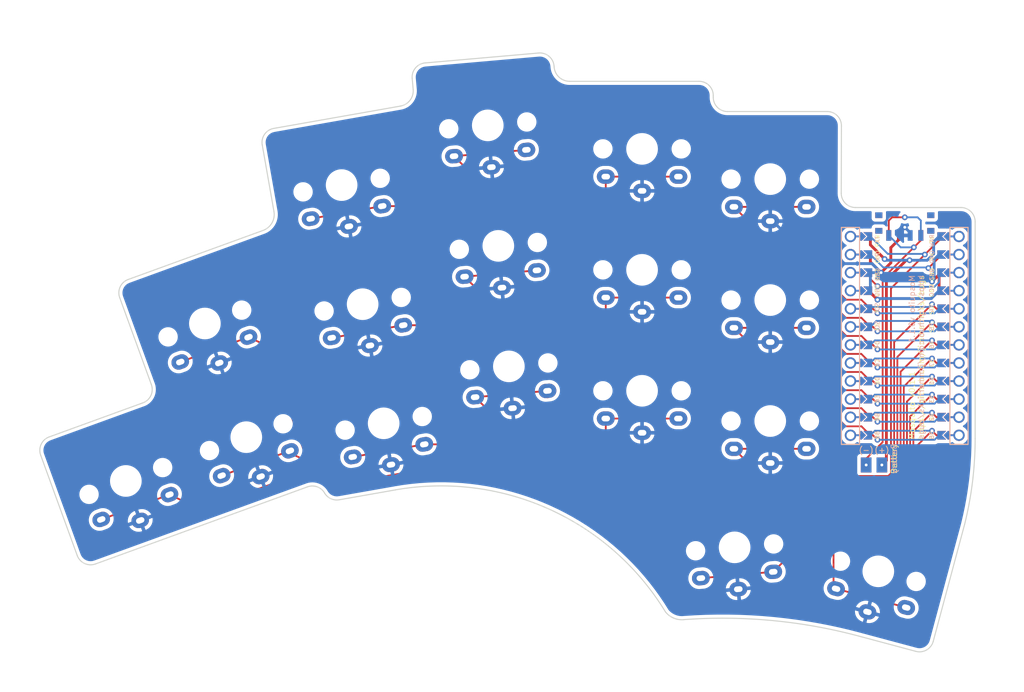
<source format=kicad_pcb>
(kicad_pcb (version 20211014) (generator pcbnew)
  (title_block (title "Mosquito") (date "2021-10-31") (rev "0.1.1") (company "jmnw"))
  (layers (0 "F.Cu" signal) (31 "B.Cu" signal) (34 "B.Paste" user) (35 "F.Paste" user) (36 "B.SilkS" user "B.Silkscreen") (37 "F.SilkS" user "F.Silkscreen") (38 "B.Mask" user) (39 "F.Mask" user) (44 "Edge.Cuts" user))
  (net 0 "")
  (net 1 "unconnected-(PSW1-Pad3)")
  (net 2 "switch1")
  (net 3 "switch2")
  (net 4 "switch3")
  (net 5 "switch4")
  (net 6 "switch5")
  (net 7 "switch6")
  (net 8 "switch7")
  (net 9 "switch8")
  (net 10 "switch9")
  (net 11 "switch10")
  (net 12 "switch11")
  (net 13 "switch12")
  (net 14 "switch13")
  (net 15 "switch14")
  (net 16 "switch15")
  (net 17 "unconnected-(U1-Pad22)")
  (net 18 "unconnected-(U1-Pad2)")
  (net 19 "switch17")
  (net 20 "GND")
  (net 21 "VCC")
  (net 22 "Net-(BT1-Pad2)")
  (net 23 "raw")
  (net 24 "switch16")
  (footprint "bugs:Choc_reversible" (layer "F.Cu") (at 65.959394 57.77213 10)
    (fp_text reference "SW2" hide)
    (fp_text value "SW_PUSH" hide)
  )
  (footprint "bugs:Choc_reversible" (layer "F.Cu") (at 86.48449 49.381126 5)
    (fp_text reference "SW3" hide)
    (fp_text value "SW_PUSH" hide)
  )
  (footprint "bugs:Choc_reversible" (layer "F.Cu") (at 108.15483 52.685154)
    (fp_text reference "SW4" hide)
    (fp_text value "SW_PUSH" hide)
  )
  (footprint "bugs:Choc_reversible" (layer "F.Cu") (at 126.154835 56.935156)
    (fp_text reference "SW5" hide)
    (fp_text value "SW_PUSH" hide)
  )
  (footprint "bugs:Choc_reversible" (layer "F.Cu") (at 35.65486 99.358253 20)
    (fp_text reference "SW11" hide)
    (fp_text value "SW_PUSH" hide)
  )
  (footprint "bugs:Choc_reversible" (layer "F.Cu") (at 68.911411 74.513867 10)
    (fp_text reference "SW7" hide)
    (fp_text value "SW_PUSH" hide)
  )
  (footprint "bugs:Choc_reversible" (layer "F.Cu") (at 87.966139 66.316434 5)
    (fp_text reference "SW8" hide)
    (fp_text value "SW_PUSH" hide)
  )
  (footprint "bugs:Choc_reversible" (layer "F.Cu") (at 108.154842 69.685154)
    (fp_text reference "SW9" hide)
    (fp_text value "SW_PUSH" hide)
  )
  (footprint "bugs:Choc_reversible" (layer "F.Cu") (at 126.154836 73.935158)
    (fp_text reference "SW10" hide)
    (fp_text value "SW_PUSH" hide)
  )
  (footprint "bugs:Choc_reversible" (layer "F.Cu") (at 71.863432 91.255602 10)
    (fp_text reference "SW12" hide)
    (fp_text value "SW_PUSH" hide)
  )
  (footprint "bugs:Choc_reversible" (layer "F.Cu") (at 89.447776 83.251757 5)
    (fp_text reference "SW13" hide)
    (fp_text value "SW_PUSH" hide)
  )
  (footprint "bugs:Choc_reversible" (layer "F.Cu") (at 108.154838 86.685152)
    (fp_text reference "SW14" hide)
    (fp_text value "SW_PUSH" hide)
  )
  (footprint "bugs:Choc_reversible" (layer "F.Cu") (at 121.153064 108.687289 5)
    (fp_text reference "SW16" hide)
    (fp_text value "SW_PUSH" hide)
  )
  (footprint "bugs:Choc_reversible" (layer "F.Cu") (at 141.332792 112.058688 -15)
    (fp_text reference "SW17" hide)
    (fp_text value "SW_PUSH" hide)
  )
  (footprint "bugs:ProMicro_jumpers" (layer "F.Cu") (at 145.044835 78.965157)
    (fp_text reference "U1" hide)
    (fp_text value "ProMicro")
  )
  (footprint "bugs:Choc_reversible" (layer "F.Cu") (at 52.569325 93.201888 20)
    (fp_text reference "SW6" hide)
    (fp_text value "SW_PUSH" hide)
  )
  (footprint "bugs:Choc_reversible" (layer "F.Cu") (at 46.754982 77.227121 20)
    (fp_text reference "SW1" hide)
    (fp_text value "SW_PUSH" hide)
  )
  (footprint "bugs:Battery_pads_reversible" (layer "F.Cu") (at 140.73 97.11 180)
    (fp_text reference "BT1" hide)
    (fp_text value "Battery_Cell")
  )
  (footprint "bugs:Choc_reversible" (layer "F.Cu") (at 126.154839 90.935157)
    (fp_text reference "SW15" hide)
    (fp_text value "SW_PUSH" hide)
  )
  (footprint "bugs:Power_reversible" (layer "F.Cu") (at 145.053313 63.101967 180)
    (fp_text reference "PSW1" hide)
    (fp_text value "SW_SPDT")
  )
  (footprint "kbd:thread_m2" (layer "B.Cu") (at 68.19009 87.650522 -170)
    (fp_text reference "Ref**" hide)
    (fp_text value "Val**" hide)
  )
  (footprint "kbd:thread_m2" (layer "B.Cu") (at 65.23633 70.898936 -170)
    (fp_text reference "Ref**" hide)
    (fp_text value "Val**" hide)
  )
  (footprint "kbd:thread_m2" (layer "B.Cu") (at 123.163312 60.996971 180)
    (fp_text reference "Ref**" hide)
    (fp_text value "Val**" hide)
  )
  (gr_arc (start 65.634348 102.00076) (mid 64.480606 101.862282) (end 63.597443 101.107088) (layer "Edge.Cuts") (width 0.15))
  (gr_line (start 65.634349 102.000758) (end 73.513304 100.611484) (layer "Edge.Cuts") (width 0.15))
  (gr_line (start 35.987812 71.036376) (end 54.923833 64.144229) (layer "Edge.Cuts") (width 0.15))
  (gr_line (start 61.164893 100.183602) (end 31.386239 111.022147) (layer "Edge.Cuts") (width 0.15))
  (gr_arc (start 75.868227 42.771063) (mid 76.328532 41.311171) (end 77.686316 40.604356) (layer "Edge.Cuts") (width 0.15))
  (gr_arc (start 154.935113 93.392031) (mid 154.562899 99.476758) (end 153.45182 105.470751) (layer "Edge.Cuts") (width 0.15))
  (gr_arc (start 61.164893 100.1836) (mid 62.552829 100.193174) (end 63.597443 101.107088) (layer "Edge.Cuts") (width 0.15))
  (gr_line (start 23.692335 95.730941) (end 28.822809 109.826805) (layer "Edge.Cuts") (width 0.15))
  (gr_arc (start 152.935242 60.92475) (mid 154.349457 61.510538) (end 154.935243 62.924753) (layer "Edge.Cuts") (width 0.15))
  (gr_line (start 118.154857 45.185603) (end 118.155247 45.434747) (layer "Edge.Cuts") (width 0.15))
  (gr_line (start 138.874246 121.234543) (end 146.601651 123.305096) (layer "Edge.Cuts") (width 0.15))
  (gr_line (start 95.792131 41.027948) (end 95.806599 41.193318) (layer "Edge.Cuts") (width 0.15))
  (gr_arc (start 54.808642 52.122192) (mid 55.139952 50.627743) (end 56.430959 49.805279) (layer "Edge.Cuts") (width 0.15))
  (gr_arc (start 76.008934 44.33003) (mid 75.566209 45.848947) (end 74.213634 46.669711) (layer "Edge.Cuts") (width 0.15))
  (gr_arc (start 39.238863 85.815503) (mid 39.172089 87.344783) (end 38.043509 88.378931) (layer "Edge.Cuts") (width 0.15))
  (gr_line (start 138.129376 60.924752) (end 152.935242 60.92475) (layer "Edge.Cuts") (width 0.15))
  (gr_arc (start 114.011546 118.848331) (mid 126.544334 118.98452) (end 138.874246 121.234543) (layer "Edge.Cuts") (width 0.15))
  (gr_arc (start 34.79245 73.599802) (mid 34.859228 72.070521) (end 35.987812 71.036376) (layer "Edge.Cuts") (width 0.15))
  (gr_line (start 120.155241 47.434753) (end 134.155032 47.43497) (layer "Edge.Cuts") (width 0.15))
  (gr_arc (start 149.051142 121.890887) (mid 148.119289 123.105298) (end 146.601651 123.305096) (layer "Edge.Cuts") (width 0.15))
  (gr_line (start 149.051142 121.890887) (end 153.45182 105.470751) (layer "Edge.Cuts") (width 0.15))
  (gr_arc (start 134.155032 47.43497) (mid 135.569246 48.020756) (end 136.155032 49.43497) (layer "Edge.Cuts") (width 0.15))
  (gr_line (start 24.887681 93.167516) (end 38.043509 88.378931) (layer "Edge.Cuts") (width 0.15))
  (gr_arc (start 31.386237 111.022149) (mid 29.856959 110.95538) (end 28.822809 109.826805) (layer "Edge.Cuts") (width 0.15))
  (gr_line (start 154.935243 62.924753) (end 154.935113 93.392031) (layer "Edge.Cuts") (width 0.15))
  (gr_arc (start 120.155241 47.434753) (mid 118.741029 46.848962) (end 118.155247 45.434747) (layer "Edge.Cuts") (width 0.15))
  (gr_line (start 97.98091 43.185695) (end 116.154866 43.1856) (layer "Edge.Cuts") (width 0.15))
  (gr_arc (start 114.011971 118.853153) (mid 112.593039 118.628798) (end 111.44512 117.765095) (layer "Edge.Cuts") (width 0.15))
  (gr_arc (start 97.98091 43.185695) (mid 96.506357 42.612279) (end 95.806599 41.193318) (layer "Edge.Cuts") (width 0.15))
  (gr_line (start 56.455917 61.490577) (end 54.808642 52.122192) (layer "Edge.Cuts") (width 0.15))
  (gr_arc (start 56.455917 61.490577) (mid 56.1728 63.096219) (end 54.923833 64.144229) (layer "Edge.Cuts") (width 0.15))
  (gr_arc (start 93.62543 39.209867) (mid 95.085317 39.670169) (end 95.792131 41.027948) (layer "Edge.Cuts") (width 0.15))
  (gr_line (start 34.79245 73.599802) (end 39.23886 85.815503) (layer "Edge.Cuts") (width 0.15))
  (gr_arc (start 73.513299 100.611485) (mid 95.128707 103.329449) (end 111.44512 117.765095) (layer "Edge.Cuts") (width 0.15))
  (gr_line (start 75.868227 42.771063) (end 76.008934 44.33003) (layer "Edge.Cuts") (width 0.15))
  (gr_line (start 77.686316 40.604356) (end 93.62543 39.209867) (layer "Edge.Cuts") (width 0.15))
  (gr_line (start 56.430959 49.805279) (end 74.213634 46.669711) (layer "Edge.Cuts") (width 0.15))
  (gr_arc (start 116.154866 43.1856) (mid 117.569076 43.77139) (end 118.154857 45.185603) (layer "Edge.Cuts") (width 0.15))
  (gr_arc (start 23.692333 95.730944) (mid 23.759104 94.201665) (end 24.887681 93.167516) (layer "Edge.Cuts") (width 0.15))
  (gr_line (start 136.155032 49.43497) (end 136.129374 58.924756) (layer "Edge.Cuts") (width 0.15))
  (gr_arc (start 138.129376 60.924752) (mid 136.715162 60.338968) (end 136.129374 58.924756) (layer "Edge.Cuts") (width 0.15))
  (gr_text "Mosquito v0.1.1\nhttps://github.com/jimmerricks/bugs" (at 146.710002 70.360004 90) (layer "B.SilkS") (effects (font (size 0.8 0.8) (thickness 0.1)) (justify left mirror)))
  (gr_text "Mosquito v0.1.1\nhttps://github.com/jimmerricks/bugs" (at 146.71 93.58 90) (layer "F.SilkS") (effects (font (size 0.8 0.8) (thickness 0.1)) (justify left)))
  (segment (start 142.803316 62.771826) (end 142.803315 64.851969) (width 0.25) (layer "F.Cu") (net 1))
  (segment (start 145.053316 62.30197) (end 143.273175 62.301968) (width 0.25) (layer "F.Cu") (net 1))
  (segment (start 143.273175 62.301968) (end 142.803316 62.771826) (width 0.25) (layer "F.Cu") (net 1))
  (via (at 145.053316 62.30197) (size 0.8) (drill 0.4) (layers "F.Cu" "B.Cu") (net 1))
  (segment (start 146.846292 62.301968) (end 147.303315 62.758997) (width 0.25) (layer "B.Cu") (net 1))
  (segment (start 147.303315 62.758997) (end 147.303318 64.851969) (width 0.25) (layer "B.Cu") (net 1))
  (segment (start 145.053316 62.30197) (end 146.846292 62.301968) (width 0.25) (layer "B.Cu") (net 1))
  (segment (start 105.109975 100.460664) (end 143.471228 100.460664) (width 0.25) (layer "F.Cu") (net 2))
  (segment (start 149.505836 82.775156) (end 148.870838 82.140157) (width 0.25) (layer "F.Cu") (net 2))
  (segment (start 68.210059 99.377939) (end 77.797427 97.687427) (width 0.25) (layer "F.Cu") (net 2))
  (segment (start 77.797427 97.687427) (end 80.824587 94.660267) (width 0.25) (layer "F.Cu") (net 2))
  (segment (start 55.260706 80.257159) (end 60.99566 96.013809) (width 0.25) (layer "F.Cu") (net 2))
  (segment (start 99.309576 94.660266) (end 105.109975 100.460664) (width 0.25) (layer "F.Cu") (net 2))
  (segment (start 43.296424 82.636226) (end 52.88129 79.147622) (width 0.25) (layer "F.Cu") (net 2))
  (segment (start 143.471228 100.460664) (end 144.90808 99.02381) (width 0.25) (layer "F.Cu") (net 2))
  (segment (start 52.88129 79.147619) (end 55.260706 80.257159) (width 0.25) (layer "F.Cu") (net 2))
  (segment (start 60.99566 96.013809) (end 68.210059 99.377939) (width 0.25) (layer "F.Cu") (net 2))
  (segment (start 149.870836 82.775155) (end 149.505836 82.775156) (width 0.25) (layer "F.Cu") (net 2))
  (segment (start 144.90808 99.02381) (end 144.90808 86.102915) (width 0.25) (layer "F.Cu") (net 2))
  (segment (start 80.824587 94.660267) (end 99.309576 94.660266) (width 0.25) (layer "F.Cu") (net 2))
  (segment (start 144.90808 86.102915) (end 148.870838 82.140157) (width 0.25) (layer "F.Cu") (net 2))
  (via (at 148.870838 82.140157) (size 0.8) (drill 0.4) (layers "F.Cu" "B.Cu") (net 2))
  (segment (start 148.870838 82.140157) (end 140.853836 82.140158) (width 0.25) (layer "B.Cu") (net 2))
  (segment (start 140.853836 82.140158) (end 140.218833 82.775158) (width 0.25) (layer "B.Cu") (net 2))
  (segment (start 106.062259 66.735418) (end 105.802258 66.475418) (width 0.25) (layer "F.Cu") (net 3))
  (segment (start 140.218835 82.775157) (end 140.583838 82.775157) (width 0.25) (layer "F.Cu") (net 3))
  (segment (start 105.802258 66.475418) (end 100.054115 60.727275) (width 0.25) (layer "F.Cu") (net 3))
  (segment (start 133.46 72.437154) (end 127.758264 66.735418) (width 0.25) (layer "F.Cu") (net 3))
  (segment (start 133.46 78.15) (end 133.46 72.437154) (width 0.25) (layer "F.Cu") (net 3))
  (segment (start 140.218835 82.775157) (end 138.943678 81.5) (width 0.25) (layer "F.Cu") (net 3))
  (segment (start 100.054115 60.727275) (end 99.894116 60.727276) (width 0.25) (layer "F.Cu") (net 3))
  (segment (start 136.81 81.5) (end 133.46 78.15) (width 0.25) (layer "F.Cu") (net 3))
  (segment (start 140.583838 82.775157) (end 141.218834 83.410153) (width 0.25) (layer "F.Cu") (net 3))
  (segment (start 138.943678 81.5) (end 136.81 81.5) (width 0.25) (layer "F.Cu") (net 3))
  (segment (start 99.894116 60.727276) (end 71.659145 60.727275) (width 0.25) (layer "F.Cu") (net 3))
  (segment (start 127.758264 66.735418) (end 106.062259 66.735418) (width 0.25) (layer "F.Cu") (net 3))
  (segment (start 61.614105 62.498487) (end 71.659142 60.727273) (width 0.25) (layer "F.Cu") (net 3))
  (via (at 141.218834 83.410153) (size 0.8) (drill 0.4) (layers "F.Cu" "B.Cu") (net 3))
  (segment (start 141.218834 83.410153) (end 149.235836 83.410155) (width 0.25) (layer "B.Cu") (net 3))
  (segment (start 149.235836 83.410155) (end 149.870836 82.775155) (width 0.25) (layer "B.Cu") (net 3))
  (segment (start 106.248457 66.285899) (end 100.240314 60.277755) (width 0.25) (layer "F.Cu") (net 4))
  (segment (start 88.310777 60.277757) (end 81.743804 53.710781) (width 0.25) (layer "F.Cu") (net 4))
  (segment (start 127.944463 66.285899) (end 106.248457 66.285899) (width 0.25) (layer "F.Cu") (net 4))
  (segment (start 140.218835 80.235157) (end 138.963678 78.98) (width 0.25) (layer "F.Cu") (net 4))
  (segment (start 140.218833 80.235155) (end 140.583835 80.235156) (width 0.25) (layer "F.Cu") (net 4))
  (segment (start 133.90952 76.05952) (end 133.90952 72.250956) (width 0.25) (layer "F.Cu") (net 4))
  (segment (start 100.240314 60.277755) (end 88.310777 60.277757) (width 0.25) (layer "F.Cu") (net 4))
  (segment (start 140.583835 80.235156) (end 141.218834 80.870154) (width 0.25) (layer "F.Cu") (net 4))
  (segment (start 133.90952 72.250956) (end 127.944463 66.285899) (width 0.25) (layer "F.Cu") (net 4))
  (segment (start 81.743807 53.710781) (end 91.904992 52.821793) (width 0.25) (layer "F.Cu") (net 4))
  (segment (start 138.963678 78.98) (end 136.83 78.98) (width 0.25) (layer "F.Cu") (net 4))
  (segment (start 136.83 78.98) (end 133.90952 76.05952) (width 0.25) (layer "F.Cu") (net 4))
  (via (at 141.218834 80.870154) (size 0.8) (drill 0.4) (layers "F.Cu" "B.Cu") (net 4))
  (segment (start 141.218834 80.870154) (end 149.235835 80.870157) (width 0.25) (layer "B.Cu") (net 4))
  (segment (start 149.235835 80.870157) (end 149.870833 80.235156) (width 0.25) (layer "B.Cu") (net 4))
  (segment (start 140.583835 77.695154) (end 141.218833 78.330158) (width 0.25) (layer "F.Cu") (net 5))
  (segment (start 127.236379 65.836379) (end 126.87638 65.83638) (width 0.25) (layer "F.Cu") (net 5))
  (segment (start 126.87638 65.83638) (end 106.434654 65.836379) (width 0.25) (layer "F.Cu") (net 5))
  (segment (start 103.054831 56.585151) (end 113.254828 56.58515) (width 0.25) (layer "F.Cu") (net 5))
  (segment (start 134.35904 74.00904) (end 134.35904 72.064758) (width 0.25) (layer "F.Cu") (net 5))
  (segment (start 136.78 76.43) (end 134.35904 74.00904) (width 0.25) (layer "F.Cu") (net 5))
  (segment (start 103.054828 56.585154) (end 103.054828 62.456551) (width 0.25) (layer "F.Cu") (net 5))
  (segment (start 128.130661 65.836379) (end 127.236379 65.836379) (width 0.25) (layer "F.Cu") (net 5))
  (segment (start 134.35904 72.064758) (end 128.130661 65.836379) (width 0.25) (layer "F.Cu") (net 5))
  (segment (start 103.054828 62.456551) (end 106.434654 65.836379) (width 0.25) (layer "F.Cu") (net 5))
  (segment (start 138.953678 76.43) (end 136.78 76.43) (width 0.25) (layer "F.Cu") (net 5))
  (segment (start 140.218835 77.695156) (end 140.583835 77.695154) (width 0.25) (layer "F.Cu") (net 5))
  (segment (start 140.218835 77.695157) (end 138.953678 76.43) (width 0.25) (layer "F.Cu") (net 5))
  (via (at 141.218833 78.330158) (size 0.8) (drill 0.4) (layers "F.Cu" "B.Cu") (net 5))
  (segment (start 141.218833 78.330158) (end 149.235833 78.330157) (width 0.25) (layer "B.Cu") (net 5))
  (segment (start 149.235833 78.330157) (end 149.870835 77.695155) (width 0.25) (layer "B.Cu") (net 5))
  (segment (start 128.316859 65.386859) (end 127.463141 65.386859) (width 0.25) (layer "F.Cu") (net 6))
  (segment (start 129.746858 66.816858) (end 128.316859 65.386859) (width 0.25) (layer "F.Cu") (net 6))
  (segment (start 138.943678 73.88) (end 136.81 73.88) (width 0.25) (layer "F.Cu") (net 6))
  (segment (start 125.606538 65.386859) (end 127.463141 65.386859) (width 0.25) (layer "F.Cu") (net 6))
  (segment (start 121.054835 60.835154) (end 124.09226 63.872578) (width 0.25) (layer "F.Cu") (net 6))
  (segment (start 140.218835 75.155157) (end 138.943678 73.88) (width 0.25) (layer "F.Cu") (net 6))
  (segment (start 121.054832 60.835154) (end 131.254835 60.835157) (width 0.25) (layer "F.Cu") (net 6))
  (segment (start 136.81 73.88) (end 129.746858 66.816858) (width 0.25) (layer "F.Cu") (net 6))
  (segment (start 140.583831 75.155159) (end 141.218834 75.790154) (width 0.25) (layer "F.Cu") (net 6))
  (segment (start 124.09226 63.872578) (end 125.606538 65.386859) (width 0.25) (layer "F.Cu") (net 6))
  (segment (start 140.218834 75.155155) (end 140.583831 75.155159) (width 0.25) (layer "F.Cu") (net 6))
  (via (at 141.218834 75.790154) (size 0.8) (drill 0.4) (layers "F.Cu" "B.Cu") (net 6))
  (segment (start 149.235836 75.790158) (end 149.870835 75.155155) (width 0.25) (layer "B.Cu") (net 6))
  (segment (start 141.218834 75.790154) (end 149.235836 75.790158) (width 0.25) (layer "B.Cu") (net 6))
  (segment (start 143.659816 100.910184) (end 143.659816 100.907793) (width 0.25) (layer "F.Cu") (net 7))
  (segment (start 49.110771 98.610992) (end 58.695636 95.122389) (width 0.25) (layer "F.Cu") (net 7))
  (segment (start 149.870834 85.315158) (end 149.505833 85.315155) (width 0.25) (layer "F.Cu") (net 7))
  (segment (start 143.659816 100.907793) (end 145.357599 99.21001) (width 0.25) (layer "F.Cu") (net 7))
  (segment (start 145.357599 88.19339) (end 148.870832 84.680157) (width 0.25) (layer "F.Cu") (net 7))
  (segment (start 145.357599 99.21001) (end 145.357599 88.19339) (width 0.25) (layer "F.Cu") (net 7))
  (segment (start 58.695634 95.122387) (end 58.833675 95.50165) (width 0.25) (layer "F.Cu") (net 7))
  (segment (start 149.505833 85.315155) (end 148.870832 84.680157) (width 0.25) (layer "F.Cu") (net 7))
  (segment (start 81.067159 95.109787) (end 99.123379 95.109787) (width 0.25) (layer "F.Cu") (net 7))
  (segment (start 66.843652 99.236764) (end 68.174214 99.857215) (width 0.25) (layer "F.Cu") (net 7))
  (segment (start 104.923778 100.910184) (end 143.659816 100.910184) (width 0.25) (layer "F.Cu") (net 7))
  (segment (start 58.833675 95.50165) (end 65.532642 98.625428) (width 0.25) (layer "F.Cu") (net 7))
  (segment (start 99.123379 95.109787) (end 104.923778 100.910184) (width 0.25) (layer "F.Cu") (net 7))
  (segment (start 68.174214 99.857215) (end 78.063473 98.113473) (width 0.25) (layer "F.Cu") (net 7))
  (segment (start 65.532642 98.625428) (end 66.843652 99.236764) (width 0.25) (layer "F.Cu") (net 7))
  (segment (start 78.063473 98.113473) (end 81.067159 95.109787) (width 0.25) (layer "F.Cu") (net 7))
  (via (at 148.870832 84.680157) (size 0.8) (drill 0.4) (layers "F.Cu" "B.Cu") (net 7))
  (segment (start 140.853834 84.680157) (end 140.218835 85.315158) (width 0.25) (layer "B.Cu") (net 7))
  (segment (start 148.870832 84.680157) (end 140.853834 84.680157) (width 0.25) (layer "B.Cu") (net 7))
  (segment (start 64.566121 79.240225) (end 74.611158 77.469015) (width 0.25) (layer "F.Cu") (net 8))
  (segment (start 99.585856 77.469014) (end 103.672257 81.555419) (width 0.25) (layer "F.Cu") (net 8))
  (segment (start 138.963678 91.68) (end 140.218835 92.935157) (width 0.25) (layer "F.Cu") (net 8))
  (segment (start 74.611159 77.469014) (end 99.585856 77.469014) (width 0.25) (layer "F.Cu") (net 8))
  (segment (start 103.672257 81.555419) (end 105.882259 83.765418) (width 0.25) (layer "F.Cu") (net 8))
  (segment (start 136.76 91.68) (end 138.963678 91.68) (width 0.25) (layer "F.Cu") (net 8))
  (segment (start 105.882259 83.765418) (end 128.845418 83.765418) (width 0.25) (layer "F.Cu") (net 8))
  (segment (start 128.845418 83.765418) (end 136.76 91.68) (width 0.25) (layer "F.Cu") (net 8))
  (segment (start 140.218831 92.935154) (end 140.583834 92.935154) (width 0.25) (layer "F.Cu") (net 8))
  (segment (start 140.583834 92.935154) (end 141.218832 93.570157) (width 0.25) (layer "F.Cu") (net 8))
  (via (at 141.218832 93.570157) (size 0.8) (drill 0.4) (layers "F.Cu" "B.Cu") (net 8))
  (segment (start 141.218832 93.570157) (end 149.235832 93.570157) (width 0.25) (layer "B.Cu") (net 8))
  (segment (start 149.235832 93.570157) (end 149.870833 92.935157) (width 0.25) (layer "B.Cu") (net 8))
  (segment (start 93.38664 69.757099) (end 93.386639 69.998363) (width 0.25) (layer "F.Cu") (net 9))
  (segment (start 89.043519 76.464157) (end 89.149338 76.569974) (width 0.25) (layer "F.Cu") (net 9))
  (segment (start 83.225451 70.646091) (end 93.386637 69.757101) (width 0.25) (layer "F.Cu") (net 9))
  (segment (start 140.218835 90.395157) (end 138.953678 89.13) (width 0.25) (layer "F.Cu") (net 9))
  (segment (start 99.772051 77.019493) (end 106.068458 83.315898) (width 0.25) (layer "F.Cu") (net 9))
  (segment (start 138.953678 89.13) (end 134.845718 89.13) (width 0.25) (layer "F.Cu") (net 9))
  (segment (start 89.598855 77.019492) (end 99.77205 77.019493) (width 0.25) (layer "F.Cu") (net 9))
  (segment (start 129.031619 83.315901) (end 128.735901 83.315901) (width 0.25) (layer "F.Cu") (net 9))
  (segment (start 89.043519 76.464157) (end 89.598855 77.019492) (width 0.25) (layer "F.Cu") (net 9))
  (segment (start 99.77205 77.019493) (end 99.772051 77.019493) (width 0.25) (layer "F.Cu") (net 9))
  (segment (start 134.845718 89.13) (end 129.031619 83.315901) (width 0.25) (layer "F.Cu") (net 9))
  (segment (start 106.068458 83.315898) (end 128.735901 83.315901) (width 0.25) (layer "F.Cu") (net 9))
  (segment (start 83.225452 70.646092) (end 89.043519 76.464157) (width 0.25) (layer "F.Cu") (net 9))
  (segment (start 140.583836 90.395155) (end 141.218835 91.030156) (width 0.25) (layer "F.Cu") (net 9))
  (segment (start 140.218836 90.395154) (end 140.583836 90.395155) (width 0.25) (layer "F.Cu") (net 9))
  (via (at 141.218835 91.030156) (size 0.8) (drill 0.4) (layers "F.Cu" "B.Cu") (net 9))
  (segment (start 141.218835 91.030156) (end 149.235836 91.030159) (width 0.25) (layer "B.Cu") (net 9))
  (segment (start 149.235836 91.030159) (end 149.870835 90.395154) (width 0.25) (layer "B.Cu") (net 9))
  (segment (start 106.254654 82.866378) (end 128.853623 82.866377) (width 0.25) (layer "F.Cu") (net 10))
  (segment (start 103.054841 79.030846) (end 103.054839 79.666565) (width 0.25) (layer "F.Cu") (net 10))
  (segment (start 140.583834 87.855156) (end 141.218834 88.490154) (width 0.25) (layer "F.Cu") (net 10))
  (segment (start 140.218835 87.855157) (end 138.963678 86.6) (width 0.25) (layer "F.Cu") (net 10))
  (segment (start 138.963678 86.6) (end 132.951436 86.6) (width 0.25) (layer "F.Cu") (net 10))
  (segment (start 103.054843 73.58515) (end 113.254839 73.58515) (width 0.25) (layer "F.Cu") (net 10))
  (segment (start 103.054839 79.666565) (end 106.254654 82.866378) (width 0.25) (layer "F.Cu") (net 10))
  (segment (start 103.054841 73.585153) (end 103.054841 79.030846) (width 0.25) (layer "F.Cu") (net 10))
  (segment (start 132.951436 86.6) (end 129.217813 82.866377) (width 0.25) (layer "F.Cu") (net 10))
  (segment (start 140.218834 87.855154) (end 140.583834 87.855156) (width 0.25) (layer "F.Cu") (net 10))
  (segment (start 129.217813 82.866377) (end 128.853623 82.866377) (width 0.25) (layer "F.Cu") (net 10))
  (via (at 141.218834 88.490154) (size 0.8) (drill 0.4) (layers "F.Cu" "B.Cu") (net 10))
  (segment (start 149.235834 88.490156) (end 149.870835 87.855158) (width 0.25) (layer "B.Cu") (net 10))
  (segment (start 141.218834 88.490154) (end 149.235834 88.490156) (width 0.25) (layer "B.Cu") (net 10))
  (segment (start 129.40401 82.416857) (end 131.027154 84.04) (width 0.25) (layer "F.Cu") (net 11))
  (segment (start 121.054837 77.835155) (end 125.636538 82.416858) (width 0.25) (layer "F.Cu") (net 11))
  (segment (start 140.218835 85.315158) (end 140.583832 85.315154) (width 0.25) (layer "F.Cu") (net 11))
  (segment (start 121.054836 77.835154) (end 131.254837 77.835155) (width 0.25) (layer "F.Cu") (net 11))
  (segment (start 140.583832 85.315154) (end 141.218836 85.950156) (width 0.25) (layer "F.Cu") (net 11))
  (segment (start 138.943678 84.04) (end 140.218835 85.315157) (width 0.25) (layer "F.Cu") (net 11))
  (segment (start 131.027154 84.04) (end 138.943678 84.04) (width 0.25) (layer "F.Cu") (net 11))
  (segment (start 125.636538 82.416858) (end 129.40401 82.416857) (width 0.25) (layer "F.Cu") (net 11))
  (via (at 141.218836 85.950156) (size 0.8) (drill 0.4) (layers "F.Cu" "B.Cu") (net 11))
  (segment (start 149.235835 85.950156) (end 149.870834 85.315158) (width 0.25) (layer "B.Cu") (net 11))
  (segment (start 141.218836 85.950156) (end 149.235835 85.950156) (width 0.25) (layer "B.Cu") (net 11))
  (segment (start 104.737581 101.359704) (end 143.846013 101.359704) (width 0.25) (layer "F.Cu") (net 12))
  (segment (start 66.643603 99.639469) (end 68.153177 100.343396) (width 0.25) (layer "F.Cu") (net 12))
  (segment (start 78.320604 98.49206) (end 81.253357 95.559307) (width 0.25) (layer "F.Cu") (net 12))
  (segment (start 149.870835 87.855158) (end 149.505834 87.855156) (width 0.25) (layer "F.Cu") (net 12))
  (segment (start 41.78117 101.278751) (end 46.283869 103.378394) (width 0.25) (layer "F.Cu") (net 12))
  (segment (start 98.937181 95.559307) (end 103.44 100.062126) (width 0.25) (layer "F.Cu") (net 12))
  (segment (start 41.781172 101.278749) (end 32.196306 104.767357) (width 0.25) (layer "F.Cu") (net 12))
  (segment (start 81.253357 95.559307) (end 98.937181 95.559307) (width 0.25) (layer "F.Cu") (net 12))
  (segment (start 78.320604 98.550604) (end 78.320604 98.49206) (width 0.25) (layer "F.Cu") (net 12))
  (segment (start 62.221694 97.577501) (end 66.643603 99.639469) (width 0.25) (layer "F.Cu") (net 12))
  (segment (start 145.807119 99.398598) (end 145.807119 90.283871) (width 0.25) (layer "F.Cu") (net 12))
  (segment (start 46.283869 103.378394) (end 62.221694 97.577501) (width 0.25) (layer "F.Cu") (net 12))
  (segment (start 68.153177 100.343396) (end 70.029399 100.012567) (width 0.25) (layer "F.Cu") (net 12))
  (segment (start 145.807119 90.283871) (end 148.870834 87.220156) (width 0.25) (layer "F.Cu") (net 12))
  (segment (start 143.846013 101.359704) (end 145.807119 99.398598) (width 0.25) (layer "F.Cu") (net 12))
  (segment (start 70.029399 100.012567) (end 78.320604 98.550604) (width 0.25) (layer "F.Cu") (net 12))
  (segment (start 149.505834 87.855156) (end 148.870834 87.220156) (width 0.25) (layer "F.Cu") (net 12))
  (segment (start 103.44 100.062126) (end 104.737581 101.359704) (width 0.25) (layer "F.Cu") (net 12))
  (via (at 148.870834 87.220156) (size 0.8) (drill 0.4) (layers "F.Cu" "B.Cu") (net 12))
  (segment (start 148.870834 87.220156) (end 140.853834 87.220156) (width 0.25) (layer "B.Cu") (net 12))
  (segment (start 140.853834 87.220156) (end 140.218834 87.855154) (width 0.25) (layer "B.Cu") (net 12))
  (segment (start 144.45856 98.837613) (end 144.45856 84.012431) (width 0.25) (layer "F.Cu") (net 13))
  (segment (start 143.285032 100.011142) (end 144.45856 98.837613) (width 0.25) (layer "F.Cu") (net 13))
  (segment (start 139.156171 100.011144) (end 143.285032 100.011142) (width 0.25) (layer "F.Cu") (net 13))
  (segment (start 144.45856 84.012431) (end 148.870834 79.600157) (width 0.25) (layer "F.Cu") (net 13))
  (segment (start 67.518139 95.981956) (end 77.563179 94.210745) (width 0.25) (layer "F.Cu") (net 13))
  (segment (start 149.505834 80.235157) (end 148.870834 79.600157) (width 0.25) (layer "F.Cu") (net 13))
  (segment (start 149.870833 80.235156) (end 149.505834 80.235157) (width 0.25) (layer "F.Cu") (net 13))
  (segment (start 99.495775 94.210747) (end 103.016172 97.731143) (width 0.25) (layer "F.Cu") (net 13))
  (segment (start 77.563178 94.210747) (end 99.495775 94.210747) (width 0.25) (layer "F.Cu") (net 13))
  (segment (start 105.296171 100.011144) (end 139.156171 100.011144) (width 0.25) (layer "F.Cu") (net 13))
  (segment (start 103.016172 97.731143) (end 105.296171 100.011144) (width 0.25) (layer "F.Cu") (net 13))
  (via (at 148.870834 79.600157) (size 0.8) (drill 0.4) (layers "F.Cu" "B.Cu") (net 13))
  (segment (start 140.853835 79.600157) (end 140.218833 80.235155) (width 0.25) (layer "B.Cu") (net 13))
  (segment (start 148.870834 79.600157) (end 140.853835 79.600157) (width 0.25) (layer "B.Cu") (net 13))
  (segment (start 105.482369 99.561624) (end 143.098834 99.561623) (width 0.25) (layer "F.Cu") (net 14))
  (segment (start 94.868277 86.692422) (end 94.868276 87.614282) (width 0.25) (layer "F.Cu") (net 14))
  (segment (start 84.70709 87.581411) (end 90.886906 93.761227) (width 0.25) (layer "F.Cu") (net 14))
  (segment (start 144.00904 81.921952) (end 148.870836 77.060156) (width 0.25) (layer "F.Cu") (net 14))
  (segment (start 99.681972 93.761227) (end 105.482369 99.561624) (width 0.25) (layer "F.Cu") (net 14))
  (segment (start 144.00904 98.651416) (end 144.00904 81.921952) (width 0.25) (layer "F.Cu") (net 14))
  (segment (start 143.098834 99.561623) (end 144.00904 98.651416) (width 0.25) (layer "F.Cu") (net 14))
  (segment (start 90.886906 93.761227) (end 99.681972 93.761227) (width 0.25) (layer "F.Cu") (net 14))
  (segment (start 84.707091 87.581412) (end 94.868275 86.692424) (width 0.25) (layer "F.Cu") (net 14))
  (segment (start 149.505833 77.695156) (end 148.870836 77.060156) (width 0.25) (layer "F.Cu") (net 14))
  (segment (start 149.870835 77.695155) (end 149.505833 77.695156) (width 0.25) (layer "F.Cu") (net 14))
  (via (at 148.870836 77.060156) (size 0.8) (drill 0.4) (layers "F.Cu" "B.Cu") (net 14))
  (segment (start 141.043354 76.870637) (end 140.218835 77.695156) (width 0.25) (layer "B.Cu") (net 14))
  (segment (start 148.870836 77.060156) (end 148.681315 76.870637) (width 0.25) (layer "B.Cu") (net 14))
  (segment (start 148.681315 76.870637) (end 141.043354 76.870637) (width 0.25) (layer "B.Cu") (net 14))
  (segment (start 103.054838 90.585147) (end 113.254839 90.585153) (width 0.25) (layer "F.Cu") (net 15))
  (segment (start 143.55952 79.831473) (end 148.870836 74.520157) (width 0.25) (layer "F.Cu") (net 15))
  (segment (start 149.870835 75.155155) (end 149.505833 75.155156) (width 0.25) (layer "F.Cu") (net 15))
  (segment (start 103.054838 96.498375) (end 105.668567 99.112104) (width 0.25) (layer "F.Cu") (net 15))
  (segment (start 105.668567 99.112104) (end 142.912636 99.112104) (width 0.25) (layer "F.Cu") (net 15))
  (segment (start 149.505833 75.155156) (end 148.870836 74.520157) (width 0.25) (layer "F.Cu") (net 15))
  (segment (start 103.054838 90.585152) (end 103.054838 96.498375) (width 0.25) (layer "F.Cu") (net 15))
  (segment (start 142.912636 99.112104) (end 143.55952 98.465219) (width 0.25) (layer "F.Cu") (net 15))
  (segment (start 143.55952 98.465219) (end 143.55952 79.831473) (width 0.25) (layer "F.Cu") (net 15))
  (via (at 148.870836 74.520157) (size 0.8) (drill 0.4) (layers "F.Cu" "B.Cu") (net 15))
  (segment (start 148.485836 74.905157) (end 148.870836 74.520157) (width 0.25) (layer "B.Cu") (net 15))
  (segment (start 140.218834 75.155155) (end 140.468836 74.905156) (width 0.25) (layer "B.Cu") (net 15))
  (segment (start 140.468836 74.905156) (end 148.485836 74.905157) (width 0.25) (layer "B.Cu") (net 15))
  (segment (start 121.054839 94.835157) (end 124.882266 98.662584) (width 0.25) (layer "F.Cu") (net 16))
  (segment (start 142.726438 98.662584) (end 143.11 98.279022) (width 0.25) (layer "F.Cu") (net 16))
  (segment (start 147.870836 67.535154) (end 149.870836 65.535155) (width 0.25) (layer "F.Cu") (net 16))
  (segment (start 121.054839 94.835156) (end 131.254841 94.835155) (width 0.25) (layer "F.Cu") (net 16))
  (segment (start 143.11 98.279022) (end 143.11 72.29599) (width 0.25) (layer "F.Cu") (net 16))
  (segment (start 149.870836 65.535155) (end 149.870837 64.995156) (width 0.25) (layer "F.Cu") (net 16))
  (segment (start 143.11 72.29599) (end 147.870836 67.535154) (width 0.25) (layer "F.Cu") (net 16))
  (segment (start 124.882266 98.662584) (end 142.726438 98.662584) (width 0.25) (layer "F.Cu") (net 16))
  (via (at 147.870836 67.535154) (size 0.8) (drill 0.4) (layers "F.Cu" "B.Cu") (net 16))
  (segment (start 147.870836 67.535154) (end 147.781322 67.445644) (width 0.25) (layer "B.Cu") (net 16))
  (segment (start 142.669325 67.445646) (end 140.218835 64.995154) (width 0.25) (layer "B.Cu") (net 16))
  (segment (start 147.781322 67.445644) (end 142.669325 67.445646) (width 0.25) (layer "B.Cu") (net 16))
  (segment (start 140.218836 70.980156) (end 141.218835 71.980156) (width 0.25) (layer "F.Cu") (net 17))
  (segment (start 140.218835 70.075157) (end 140.218836 70.980156) (width 0.25) (layer "F.Cu") (net 17))
  (via (at 141.218835 71.980156) (size 0.8) (drill 0.4) (layers "F.Cu" "B.Cu") (net 17))
  (segment (start 149.205479 72.069668) (end 149.870836 71.40431) (width 0.25) (layer "B.Cu") (net 17))
  (segment (start 141.308347 72.069665) (end 149.205479 72.069668) (width 0.25) (layer "B.Cu") (net 17))
  (segment (start 149.870836 71.40431) (end 149.870835 70.075157) (width 0.25) (layer "B.Cu") (net 17))
  (segment (start 141.218835 71.980156) (end 141.308347 72.069665) (width 0.25) (layer "B.Cu") (net 17))
  (segment (start 149.870835 67.940156) (end 149.870834 67.535159) (width 0.25) (layer "F.Cu") (net 18))
  (segment (start 148.370835 69.440158) (end 149.870835 67.940156) (width 0.25) (layer "F.Cu") (net 18))
  (via (at 148.370835 69.440158) (size 0.8) (drill 0.4) (layers "F.Cu" "B.Cu") (net 18))
  (segment (start 148.281324 69.350644) (end 142.034323 69.350647) (width 0.25) (layer "B.Cu") (net 18))
  (segment (start 148.370835 69.440158) (end 148.281324 69.350644) (width 0.25) (layer "B.Cu") (net 18))
  (segment (start 142.034323 69.350647) (end 140.218835 67.535157) (width 0.25) (layer "B.Cu") (net 18))
  (segment (start 146.706159 99.770992) (end 146.706159 94.464832) (width 0.25) (layer "F.Cu") (net 19))
  (segment (start 135.044289 114.152936) (end 135.04429 104.292946) (width 0.25) (layer "F.Cu") (net 19))
  (segment (start 137.078492 102.258744) (end 144.218409 102.258744) (width 0.25) (layer "F.Cu") (net 19))
  (segment (start 149.505837 92.935156) (end 148.870835 92.300156) (width 0.25) (layer "F.Cu") (net 19))
  (segment (start 146.706159 94.464832) (end 148.870835 92.300156) (width 0.25) (layer "F.Cu") (net 19))
  (segment (start 144.218409 102.258744) (end 146.706159 99.770992) (width 0.25) (layer "F.Cu") (net 19))
  (segment (start 149.870833 92.935157) (end 149.505837 92.935156) (width 0.25) (layer "F.Cu") (net 19))
  (segment (start 135.397176 114.505824) (end 135.044289 114.152936) (width 0.25) (layer "F.Cu") (net 19))
  (segment (start 135.04429 104.292946) (end 137.078492 102.258744) (width 0.25) (layer "F.Cu") (net 19))
  (segment (start 145.249618 117.145777) (end 135.397176 114.505824) (width 0.25) (layer "F.Cu") (net 19))
  (via (at 148.870835 92.300156) (size 0.8) (drill 0.4) (layers "F.Cu" "B.Cu") (net 19))
  (segment (start 140.853836 92.300157) (end 140.218831 92.935154) (width 0.25) (layer "B.Cu") (net 19))
  (segment (start 148.870835 92.300156) (end 140.853836 92.300157) (width 0.25) (layer "B.Cu") (net 19))
  (segment (start 149.870835 70.075157) (end 149.870834 72.615154) (width 0.4) (layer "F.Cu") (net 20))
  (segment (start 144.303313 64.851967) (end 144.303313 65.356687) (width 0.4) (layer "F.Cu") (net 20))
  (segment (start 143.09 68.703989) (end 141.718834 70.075155) (width 0.4) (layer "F.Cu") (net 20))
  (segment (start 144.303313 65.356687) (end 143.09 66.57) (width 0.4) (layer "F.Cu") (net 20))
  (segment (start 149.870835 70.345156) (end 148.870834 71.345155) (width 0.4) (layer "F.Cu") (net 20))
  (segment (start 144.303318 64.851969) (end 144.303316 64.451969) (width 0.4) (layer "F.Cu") (net 20))
  (segment (start 140.218835 67.535157) (end 140.218836 68.575157) (width 0.4) (layer "F.Cu") (net 20))
  (segment (start 149.870835 70.075157) (end 149.870835 70.345156) (width 0.4) (layer "F.Cu") (net 20))
  (segment (start 144.303316 64.451969) (end 145.053318 63.701969) (width 0.4) (layer "F.Cu") (net 20))
  (segment (start 140.218836 68.575157) (end 141.718834 70.075155) (width 0.4) (layer "F.Cu") (net 20))
  (segment (start 143.09 66.57) (end 143.09 68.703989) (width 0.4) (layer "F.Cu") (net 20))
  (via (at 145.053318 63.701969) (size 0.8) (drill 0.4) (layers "F.Cu" "B.Cu") (net 20))
  (via (at 148.870834 71.345155) (size 0.8) (drill 0.4) (layers "F.Cu" "B.Cu") (net 20))
  (via (at 141.718834 70.075155) (size 0.8) (drill 0.4) (layers "F.Cu" "B.Cu") (net 20))
  (segment (start 141.718834 70.075155) (end 142.364088 70.720413) (width 0.4) (layer "B.Cu") (net 20))
  (segment (start 145.803316 64.451967) (end 145.053318 63.701969) (width 0.4) (layer "B.Cu") (net 20))
  (segment (start 141.718834 70.075155) (end 140.218835 70.075157) (width 0.4) (layer "B.Cu") (net 20))
  (segment (start 149.170345 68.235643) (end 149.170346 71.045644) (width 0.4) (layer "B.Cu") (net 20))
  (segment (start 132.481784 68.81) (end 140.453679 68.81) (width 0.4) (layer "B.Cu") (net 20))
  (segment (start 142.364088 70.720413) (end 148.246091 70.720411) (width 0.4) (layer "B.Cu") (net 20))
  (segment (start 149.170346 71.045644) (end 148.870834 71.345155) (width 0.4) (layer "B.Cu") (net 20))
  (segment (start 148.246091 70.720411) (end 148.870834 71.345155) (width 0.4) (layer "B.Cu") (net 20))
  (segment (start 140.218835 70.075157) (end 140.218836 72.615158) (width 0.4) (layer "B.Cu") (net 20))
  (segment (start 149.870834 67.535159) (end 149.170345 68.235643) (width 0.4) (layer "B.Cu") (net 20))
  (segment (start 145.803318 64.851968) (end 145.803316 64.451967) (width 0.4) (layer "B.Cu") (net 20))
  (segment (start 140.453679 68.81) (end 141.718834 70.075155) (width 0.4) (layer "B.Cu") (net 20))
  (segment (start 126.50694 62.835156) (end 132.481784 68.81) (width 0.4) (layer "B.Cu") (net 20))
  (segment (start 126.154835 62.835156) (end 126.50694 62.835156) (width 0.4) (layer "B.Cu") (net 20))
  (segment (start 140.218835 72.885155) (end 141.218836 73.885155) (width 0.4) (layer "F.Cu") (net 21))
  (segment (start 140.218836 72.615158) (end 140.218835 72.885155) (width 0.4) (layer "F.Cu") (net 21))
  (via (at 141.218836 73.885155) (size 0.8) (drill 0.4) (layers "F.Cu" "B.Cu") (net 21))
  (segment (start 141.383347 73.720645) (end 148.765343 73.720644) (width 0.4) (layer "B.Cu") (net 21))
  (segment (start 141.218836 73.885155) (end 141.383347 73.720645) (width 0.4) (layer "B.Cu") (net 21))
  (segment (start 148.765343 73.720644) (end 149.870834 72.615154) (width 0.4) (layer "B.Cu") (net 21))
  (segment (start 139.63 96.22) (end 139.63 97.11) (width 0.25) (layer "F.Cu") (net 22))
  (segment (start 146.325 66.525) (end 141.943346 70.906654) (width 0.25) (layer "F.Cu") (net 22))
  (segment (start 141.943346 93.906654) (end 139.63 96.22) (width 0.25) (layer "F.Cu") (net 22))
  (segment (start 141.943346 70.906654) (end 141.943346 93.906654) (width 0.25) (layer "F.Cu") (net 22))
  (segment (start 147.303313 64.851967) (end 147.303313 65.546687) (width 0.25) (layer "F.Cu") (net 22))
  (segment (start 147.303313 65.546687) (end 146.325 66.525) (width 0.25) (layer "F.Cu") (net 22))
  (via (at 146.325 66.525) (size 0.8) (drill 0.4) (layers "F.Cu" "B.Cu") (net 22))
  (via (at 139.63 97.11) (size 0.8) (drill 0.4) (layers "F.Cu" "B.Cu") (net 22))
  (segment (start 142.803313 64.851967) (end 144.476346 66.525) (width 0.25) (layer "B.Cu") (net 22))
  (segment (start 144.476346 66.525) (end 146.325 66.525) (width 0.25) (layer "B.Cu") (net 22))
  (segment (start 142.467866 71.123918) (end 145.257117 68.334667) (width 0.4) (layer "F.Cu") (net 23))
  (segment (start 141.83 97.11) (end 142.467866 96.472134) (width 0.4) (layer "F.Cu") (net 23))
  (segment (start 140.218834 66.170157) (end 140.218835 64.995154) (width 0.4) (layer "F.Cu") (net 23))
  (segment (start 142.218835 68.170157) (end 140.218834 66.170157) (width 0.4) (layer "F.Cu") (net 23))
  (segment (start 142.467866 96.472134) (end 142.467866 71.123918) (width 0.4) (layer "F.Cu") (net 23))
  (segment (start 145.257117 68.334667) (end 145.724667 68.334667) (width 0.4) (layer "F.Cu") (net 23))
  (via (at 142.218835 68.170157) (size 0.8) (drill 0.4) (layers "F.Cu" "B.Cu") (net 23))
  (via (at 145.724667 68.334667) (size 0.8) (drill 0.4) (layers "F.Cu" "B.Cu") (net 23))
  (via (at 141.83 97.110001) (size 0.8) (drill 0.4) (layers "F.Cu" "B.Cu") (net 23))
  (segment (start 148.20706 68.33467) (end 149.104734 67.436992) (width 0.4) (layer "B.Cu") (net 23))
  (segment (start 145.724667 68.334667) (end 142.383345 68.334667) (width 0.4) (layer "B.Cu") (net 23))
  (segment (start 147.190479 68.334667) (end 145.724667 68.334667) (width 0.4) (layer "B.Cu") (net 23))
  (segment (start 142.383345 68.334667) (end 142.218835 68.170157) (width 0.4) (layer "B.Cu") (net 23))
  (segment (start 147.190479 68.334667) (end 148.20706 68.33467) (width 0.4) (layer "B.Cu") (net 23))
  (segment (start 149.104734 65.761259) (end 149.870837 64.995156) (width 0.4) (layer "B.Cu") (net 23))
  (segment (start 149.104734 67.436992) (end 149.104734 65.761259) (width 0.4) (layer "B.Cu") (net 23))
  (segment (start 146.256639 99.584795) (end 146.256639 92.374348) (width 0.25) (layer "F.Cu") (net 24))
  (segment (start 146.256639 92.374348) (end 148.870834 89.760153) (width 0.25) (layer "F.Cu") (net 24))
  (segment (start 126.573564 112.127954) (end 136.892294 101.809224) (width 0.25) (layer "F.Cu") (net 24))
  (segment (start 144.032211 101.809224) (end 146.256639 99.584795) (width 0.25) (layer "F.Cu") (net 24))
  (segment (start 149.870835 90.395154) (end 149.505834 90.395155) (width 0.25) (layer "F.Cu") (net 24))
  (segment (start 126.573561 112.127953) (end 116.412375 113.016943) (width 0.25) (layer "F.Cu") (net 24))
  (segment (start 149.505834 90.395155) (end 148.870834 89.760153) (width 0.25) (layer "F.Cu") (net 24))
  (segment (start 136.892294 101.809224) (end 144.032211 101.809224) (width 0.25) (layer "F.Cu") (net 24))
  (via (at 148.870834 89.760153) (size 0.8) (drill 0.4) (layers "F.Cu" "B.Cu") (net 24))
  (segment (start 140.853835 89.760156) (end 140.218836 90.395154) (width 0.25) (layer "B.Cu") (net 24))
  (segment (start 148.870834 89.760153) (end 140.853835 89.760156) (width 0.25) (layer "B.Cu") (net 24))
  (zone (net 20) (net_name "GND") (layer "B.Cu") (connect_pads (clearance 0.508)) (min_thickness 0.254) (fill yes (thermal_gap 0.508) (thermal_bridge_width 0.508))
    (polygon (pts (xy 161.81 129.05) (xy 17.98 129.05) (xy 17.98 31.76) (xy 161.81 31.76)))
  )
)
</source>
